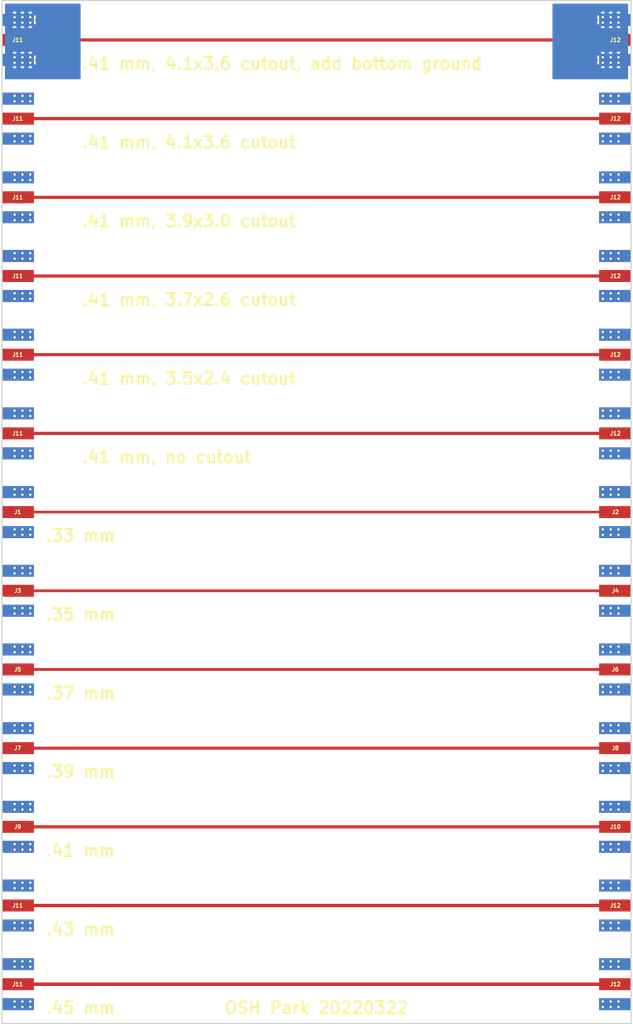
<source format=kicad_pcb>
(kicad_pcb (version 20171130) (host pcbnew 5.99.0+really5.1.10+dfsg1-1)
  (layers (0 C1F signal) (1 C2 power) (2 C3 power) (31 C4B power) (34 B.Paste user) (35 F.Paste user) (36 B.SilkS user) (37 F.SilkS user) (38 B.Mask user) (39 F.Mask user) (44 Edge.Cuts user))
  (net 0 "")
  (net 1 "Net-(J1-Pad1)")
  (net 2 GND)
  (net 3 "Net-(J3-Pad1)")
  (net 4 "Net-(J5-Pad1)")
  (net 5 "Net-(J7-Pad1)")
  (net 6 "Net-(J10-Pad1)")
  (net 7 "Net-(J11-Pad1)")
  (module gsg-modules:SMA-EDGE (layer C1F) (at 200 20 180)
    (fp_text reference J12 (at 1.99898 0 180) (layer F.SilkS) (effects (font (size 0.50038 0.50038) (thickness 0.12446))))
    (fp_text value CONN_COAXIAL hide)
    (pad 2 thru_hole circle (at 3.6 2.9 180) (size 0.762 0.762) (drill 0.3048) (layers *.Cu *.Mask) (net 2 GND))
    (pad 2 thru_hole circle (at 2.6 2.9 180) (size 0.762 0.762) (drill 0.3048) (layers *.Cu *.Mask) (net 2 GND))
    (pad 2 thru_hole circle (at 1.6 2.9 180) (size 0.762 0.762) (drill 0.3048) (layers *.Cu *.Mask) (net 2 GND))
    (pad 2 thru_hole circle (at 1.6 2.2 180) (size 0.762 0.762) (drill 0.3048) (layers *.Cu *.Mask) (net 2 GND))
    (pad 2 thru_hole circle (at 2.6 2.2 180) (size 0.762 0.762) (drill 0.3048) (layers *.Cu *.Mask) (net 2 GND))
    (pad 2 thru_hole circle (at 3.6 2.2 180) (size 0.762 0.762) (drill 0.3048) (layers *.Cu *.Mask) (net 2 GND))
    (pad 2 thru_hole circle (at 2.6 -2.9 180) (size 0.762 0.762) (drill 0.3048) (layers *.Cu *.Mask) (net 2 GND))
    (pad 2 thru_hole circle (at 1.6 -2.9 180) (size 0.762 0.762) (drill 0.3048) (layers *.Cu *.Mask) (net 2 GND))
    (pad 2 thru_hole circle (at 1.6 -2.2 180) (size 0.762 0.762) (drill 0.3048) (layers *.Cu *.Mask) (net 2 GND))
    (pad 2 thru_hole circle (at 2.6 -2.2 180) (size 0.762 0.762) (drill 0.3048) (layers *.Cu *.Mask) (net 2 GND))
    (pad 2 thru_hole circle (at 3.6 -2.9 180) (size 0.762 0.762) (drill 0.3048) (layers *.Cu *.Mask) (net 2 GND))
    (pad 2 thru_hole circle (at 3.6 -2.2 180) (size 0.762 0.762) (drill 0.3048) (layers *.Cu *.Mask) (net 2 GND))
    (pad 2 smd rect (at 2.032 2.54 180) (size 4.064 1.524) (layers C1F F.Mask) (net 2 GND))
    (pad 2 smd rect (at 2.032 -2.54 180) (size 4.064 1.524) (layers C4B B.Mask) (net 2 GND))
    (pad 2 smd rect (at 2.032 2.54 180) (size 4.064 1.524) (layers C4B B.Mask) (net 2 GND))
    (pad 2 smd rect (at 2.032 -2.54 180) (size 4.064 1.524) (layers C1F F.Mask) (net 2 GND))
    (pad 1 smd rect (at 2.032 0 180) (size 4.064 1.524) (layers C1F F.Mask) (net 7 "Net-(J11-Pad1)"))
  )
  (module gsg-modules:SMA-EDGE (layer C1F) (at 120 20)
    (fp_text reference J11 (at 1.99898 0) (layer F.SilkS) (effects (font (size 0.50038 0.50038) (thickness 0.12446))))
    (fp_text value CONN_COAXIAL hide)
    (pad 2 thru_hole circle (at 3.6 2.9) (size 0.762 0.762) (drill 0.3048) (layers *.Cu *.Mask) (net 2 GND))
    (pad 2 thru_hole circle (at 2.6 2.9) (size 0.762 0.762) (drill 0.3048) (layers *.Cu *.Mask) (net 2 GND))
    (pad 2 thru_hole circle (at 1.6 2.9) (size 0.762 0.762) (drill 0.3048) (layers *.Cu *.Mask) (net 2 GND))
    (pad 2 thru_hole circle (at 1.6 2.2) (size 0.762 0.762) (drill 0.3048) (layers *.Cu *.Mask) (net 2 GND))
    (pad 2 thru_hole circle (at 2.6 2.2) (size 0.762 0.762) (drill 0.3048) (layers *.Cu *.Mask) (net 2 GND))
    (pad 2 thru_hole circle (at 3.6 2.2) (size 0.762 0.762) (drill 0.3048) (layers *.Cu *.Mask) (net 2 GND))
    (pad 2 thru_hole circle (at 2.6 -2.9) (size 0.762 0.762) (drill 0.3048) (layers *.Cu *.Mask) (net 2 GND))
    (pad 2 thru_hole circle (at 1.6 -2.9) (size 0.762 0.762) (drill 0.3048) (layers *.Cu *.Mask) (net 2 GND))
    (pad 2 thru_hole circle (at 1.6 -2.2) (size 0.762 0.762) (drill 0.3048) (layers *.Cu *.Mask) (net 2 GND))
    (pad 2 thru_hole circle (at 2.6 -2.2) (size 0.762 0.762) (drill 0.3048) (layers *.Cu *.Mask) (net 2 GND))
    (pad 2 thru_hole circle (at 3.6 -2.9) (size 0.762 0.762) (drill 0.3048) (layers *.Cu *.Mask) (net 2 GND))
    (pad 2 thru_hole circle (at 3.6 -2.2) (size 0.762 0.762) (drill 0.3048) (layers *.Cu *.Mask) (net 2 GND))
    (pad 2 smd rect (at 2.032 2.54) (size 4.064 1.524) (layers C1F F.Mask) (net 2 GND))
    (pad 2 smd rect (at 2.032 -2.54) (size 4.064 1.524) (layers C4B B.Mask) (net 2 GND))
    (pad 2 smd rect (at 2.032 2.54) (size 4.064 1.524) (layers C4B B.Mask) (net 2 GND))
    (pad 2 smd rect (at 2.032 -2.54) (size 4.064 1.524) (layers C1F F.Mask) (net 2 GND))
    (pad 1 smd rect (at 2.032 0) (size 4.064 1.524) (layers C1F F.Mask) (net 7 "Net-(J11-Pad1)"))
  )
  (module gsg-modules:SMA-EDGE (layer C1F) (at 200 30 180)
    (fp_text reference J12 (at 1.99898 0 180) (layer F.SilkS) (effects (font (size 0.50038 0.50038) (thickness 0.12446))))
    (fp_text value CONN_COAXIAL hide)
    (pad 1 smd rect (at 2.032 0 180) (size 4.064 1.524) (layers C1F F.Mask) (net 7 "Net-(J11-Pad1)"))
    (pad 2 smd rect (at 2.032 -2.54 180) (size 4.064 1.524) (layers C1F F.Mask) (net 2 GND))
    (pad 2 smd rect (at 2.032 2.54 180) (size 4.064 1.524) (layers C4B B.Mask) (net 2 GND))
    (pad 2 smd rect (at 2.032 -2.54 180) (size 4.064 1.524) (layers C4B B.Mask) (net 2 GND))
    (pad 2 smd rect (at 2.032 2.54 180) (size 4.064 1.524) (layers C1F F.Mask) (net 2 GND))
    (pad 2 thru_hole circle (at 3.6 -2.2 180) (size 0.762 0.762) (drill 0.3048) (layers *.Cu *.Mask) (net 2 GND))
    (pad 2 thru_hole circle (at 3.6 -2.9 180) (size 0.762 0.762) (drill 0.3048) (layers *.Cu *.Mask) (net 2 GND))
    (pad 2 thru_hole circle (at 2.6 -2.2 180) (size 0.762 0.762) (drill 0.3048) (layers *.Cu *.Mask) (net 2 GND))
    (pad 2 thru_hole circle (at 1.6 -2.2 180) (size 0.762 0.762) (drill 0.3048) (layers *.Cu *.Mask) (net 2 GND))
    (pad 2 thru_hole circle (at 1.6 -2.9 180) (size 0.762 0.762) (drill 0.3048) (layers *.Cu *.Mask) (net 2 GND))
    (pad 2 thru_hole circle (at 2.6 -2.9 180) (size 0.762 0.762) (drill 0.3048) (layers *.Cu *.Mask) (net 2 GND))
    (pad 2 thru_hole circle (at 3.6 2.2 180) (size 0.762 0.762) (drill 0.3048) (layers *.Cu *.Mask) (net 2 GND))
    (pad 2 thru_hole circle (at 2.6 2.2 180) (size 0.762 0.762) (drill 0.3048) (layers *.Cu *.Mask) (net 2 GND))
    (pad 2 thru_hole circle (at 1.6 2.2 180) (size 0.762 0.762) (drill 0.3048) (layers *.Cu *.Mask) (net 2 GND))
    (pad 2 thru_hole circle (at 1.6 2.9 180) (size 0.762 0.762) (drill 0.3048) (layers *.Cu *.Mask) (net 2 GND))
    (pad 2 thru_hole circle (at 2.6 2.9 180) (size 0.762 0.762) (drill 0.3048) (layers *.Cu *.Mask) (net 2 GND))
    (pad 2 thru_hole circle (at 3.6 2.9 180) (size 0.762 0.762) (drill 0.3048) (layers *.Cu *.Mask) (net 2 GND))
  )
  (module gsg-modules:SMA-EDGE (layer C1F) (at 120 30)
    (fp_text reference J11 (at 1.99898 0) (layer F.SilkS) (effects (font (size 0.50038 0.50038) (thickness 0.12446))))
    (fp_text value CONN_COAXIAL hide)
    (pad 1 smd rect (at 2.032 0) (size 4.064 1.524) (layers C1F F.Mask) (net 7 "Net-(J11-Pad1)"))
    (pad 2 smd rect (at 2.032 -2.54) (size 4.064 1.524) (layers C1F F.Mask) (net 2 GND))
    (pad 2 smd rect (at 2.032 2.54) (size 4.064 1.524) (layers C4B B.Mask) (net 2 GND))
    (pad 2 smd rect (at 2.032 -2.54) (size 4.064 1.524) (layers C4B B.Mask) (net 2 GND))
    (pad 2 smd rect (at 2.032 2.54) (size 4.064 1.524) (layers C1F F.Mask) (net 2 GND))
    (pad 2 thru_hole circle (at 3.6 -2.2) (size 0.762 0.762) (drill 0.3048) (layers *.Cu *.Mask) (net 2 GND))
    (pad 2 thru_hole circle (at 3.6 -2.9) (size 0.762 0.762) (drill 0.3048) (layers *.Cu *.Mask) (net 2 GND))
    (pad 2 thru_hole circle (at 2.6 -2.2) (size 0.762 0.762) (drill 0.3048) (layers *.Cu *.Mask) (net 2 GND))
    (pad 2 thru_hole circle (at 1.6 -2.2) (size 0.762 0.762) (drill 0.3048) (layers *.Cu *.Mask) (net 2 GND))
    (pad 2 thru_hole circle (at 1.6 -2.9) (size 0.762 0.762) (drill 0.3048) (layers *.Cu *.Mask) (net 2 GND))
    (pad 2 thru_hole circle (at 2.6 -2.9) (size 0.762 0.762) (drill 0.3048) (layers *.Cu *.Mask) (net 2 GND))
    (pad 2 thru_hole circle (at 3.6 2.2) (size 0.762 0.762) (drill 0.3048) (layers *.Cu *.Mask) (net 2 GND))
    (pad 2 thru_hole circle (at 2.6 2.2) (size 0.762 0.762) (drill 0.3048) (layers *.Cu *.Mask) (net 2 GND))
    (pad 2 thru_hole circle (at 1.6 2.2) (size 0.762 0.762) (drill 0.3048) (layers *.Cu *.Mask) (net 2 GND))
    (pad 2 thru_hole circle (at 1.6 2.9) (size 0.762 0.762) (drill 0.3048) (layers *.Cu *.Mask) (net 2 GND))
    (pad 2 thru_hole circle (at 2.6 2.9) (size 0.762 0.762) (drill 0.3048) (layers *.Cu *.Mask) (net 2 GND))
    (pad 2 thru_hole circle (at 3.6 2.9) (size 0.762 0.762) (drill 0.3048) (layers *.Cu *.Mask) (net 2 GND))
  )
  (module gsg-modules:SMA-EDGE (layer C1F) (at 120 40)
    (fp_text reference J11 (at 1.99898 0) (layer F.SilkS) (effects (font (size 0.50038 0.50038) (thickness 0.12446))))
    (fp_text value CONN_COAXIAL hide)
    (pad 2 thru_hole circle (at 3.6 2.9) (size 0.762 0.762) (drill 0.3048) (layers *.Cu *.Mask) (net 2 GND))
    (pad 2 thru_hole circle (at 2.6 2.9) (size 0.762 0.762) (drill 0.3048) (layers *.Cu *.Mask) (net 2 GND))
    (pad 2 thru_hole circle (at 1.6 2.9) (size 0.762 0.762) (drill 0.3048) (layers *.Cu *.Mask) (net 2 GND))
    (pad 2 thru_hole circle (at 1.6 2.2) (size 0.762 0.762) (drill 0.3048) (layers *.Cu *.Mask) (net 2 GND))
    (pad 2 thru_hole circle (at 2.6 2.2) (size 0.762 0.762) (drill 0.3048) (layers *.Cu *.Mask) (net 2 GND))
    (pad 2 thru_hole circle (at 3.6 2.2) (size 0.762 0.762) (drill 0.3048) (layers *.Cu *.Mask) (net 2 GND))
    (pad 2 thru_hole circle (at 2.6 -2.9) (size 0.762 0.762) (drill 0.3048) (layers *.Cu *.Mask) (net 2 GND))
    (pad 2 thru_hole circle (at 1.6 -2.9) (size 0.762 0.762) (drill 0.3048) (layers *.Cu *.Mask) (net 2 GND))
    (pad 2 thru_hole circle (at 1.6 -2.2) (size 0.762 0.762) (drill 0.3048) (layers *.Cu *.Mask) (net 2 GND))
    (pad 2 thru_hole circle (at 2.6 -2.2) (size 0.762 0.762) (drill 0.3048) (layers *.Cu *.Mask) (net 2 GND))
    (pad 2 thru_hole circle (at 3.6 -2.9) (size 0.762 0.762) (drill 0.3048) (layers *.Cu *.Mask) (net 2 GND))
    (pad 2 thru_hole circle (at 3.6 -2.2) (size 0.762 0.762) (drill 0.3048) (layers *.Cu *.Mask) (net 2 GND))
    (pad 2 smd rect (at 2.032 2.54) (size 4.064 1.524) (layers C1F F.Mask) (net 2 GND))
    (pad 2 smd rect (at 2.032 -2.54) (size 4.064 1.524) (layers C4B B.Mask) (net 2 GND))
    (pad 2 smd rect (at 2.032 2.54) (size 4.064 1.524) (layers C4B B.Mask) (net 2 GND))
    (pad 2 smd rect (at 2.032 -2.54) (size 4.064 1.524) (layers C1F F.Mask) (net 2 GND))
    (pad 1 smd rect (at 2.032 0) (size 4.064 1.524) (layers C1F F.Mask) (net 7 "Net-(J11-Pad1)"))
  )
  (module gsg-modules:SMA-EDGE (layer C1F) (at 200 40 180)
    (fp_text reference J12 (at 1.99898 0 180) (layer F.SilkS) (effects (font (size 0.50038 0.50038) (thickness 0.12446))))
    (fp_text value CONN_COAXIAL hide)
    (pad 2 thru_hole circle (at 3.6 2.9 180) (size 0.762 0.762) (drill 0.3048) (layers *.Cu *.Mask) (net 2 GND))
    (pad 2 thru_hole circle (at 2.6 2.9 180) (size 0.762 0.762) (drill 0.3048) (layers *.Cu *.Mask) (net 2 GND))
    (pad 2 thru_hole circle (at 1.6 2.9 180) (size 0.762 0.762) (drill 0.3048) (layers *.Cu *.Mask) (net 2 GND))
    (pad 2 thru_hole circle (at 1.6 2.2 180) (size 0.762 0.762) (drill 0.3048) (layers *.Cu *.Mask) (net 2 GND))
    (pad 2 thru_hole circle (at 2.6 2.2 180) (size 0.762 0.762) (drill 0.3048) (layers *.Cu *.Mask) (net 2 GND))
    (pad 2 thru_hole circle (at 3.6 2.2 180) (size 0.762 0.762) (drill 0.3048) (layers *.Cu *.Mask) (net 2 GND))
    (pad 2 thru_hole circle (at 2.6 -2.9 180) (size 0.762 0.762) (drill 0.3048) (layers *.Cu *.Mask) (net 2 GND))
    (pad 2 thru_hole circle (at 1.6 -2.9 180) (size 0.762 0.762) (drill 0.3048) (layers *.Cu *.Mask) (net 2 GND))
    (pad 2 thru_hole circle (at 1.6 -2.2 180) (size 0.762 0.762) (drill 0.3048) (layers *.Cu *.Mask) (net 2 GND))
    (pad 2 thru_hole circle (at 2.6 -2.2 180) (size 0.762 0.762) (drill 0.3048) (layers *.Cu *.Mask) (net 2 GND))
    (pad 2 thru_hole circle (at 3.6 -2.9 180) (size 0.762 0.762) (drill 0.3048) (layers *.Cu *.Mask) (net 2 GND))
    (pad 2 thru_hole circle (at 3.6 -2.2 180) (size 0.762 0.762) (drill 0.3048) (layers *.Cu *.Mask) (net 2 GND))
    (pad 2 smd rect (at 2.032 2.54 180) (size 4.064 1.524) (layers C1F F.Mask) (net 2 GND))
    (pad 2 smd rect (at 2.032 -2.54 180) (size 4.064 1.524) (layers C4B B.Mask) (net 2 GND))
    (pad 2 smd rect (at 2.032 2.54 180) (size 4.064 1.524) (layers C4B B.Mask) (net 2 GND))
    (pad 2 smd rect (at 2.032 -2.54 180) (size 4.064 1.524) (layers C1F F.Mask) (net 2 GND))
    (pad 1 smd rect (at 2.032 0 180) (size 4.064 1.524) (layers C1F F.Mask) (net 7 "Net-(J11-Pad1)"))
  )
  (module gsg-modules:SMA-EDGE (layer C1F) (at 200 50 180)
    (fp_text reference J12 (at 1.99898 0 180) (layer F.SilkS) (effects (font (size 0.50038 0.50038) (thickness 0.12446))))
    (fp_text value CONN_COAXIAL hide)
    (pad 1 smd rect (at 2.032 0 180) (size 4.064 1.524) (layers C1F F.Mask) (net 7 "Net-(J11-Pad1)"))
    (pad 2 smd rect (at 2.032 -2.54 180) (size 4.064 1.524) (layers C1F F.Mask) (net 2 GND))
    (pad 2 smd rect (at 2.032 2.54 180) (size 4.064 1.524) (layers C4B B.Mask) (net 2 GND))
    (pad 2 smd rect (at 2.032 -2.54 180) (size 4.064 1.524) (layers C4B B.Mask) (net 2 GND))
    (pad 2 smd rect (at 2.032 2.54 180) (size 4.064 1.524) (layers C1F F.Mask) (net 2 GND))
    (pad 2 thru_hole circle (at 3.6 -2.2 180) (size 0.762 0.762) (drill 0.3048) (layers *.Cu *.Mask) (net 2 GND))
    (pad 2 thru_hole circle (at 3.6 -2.9 180) (size 0.762 0.762) (drill 0.3048) (layers *.Cu *.Mask) (net 2 GND))
    (pad 2 thru_hole circle (at 2.6 -2.2 180) (size 0.762 0.762) (drill 0.3048) (layers *.Cu *.Mask) (net 2 GND))
    (pad 2 thru_hole circle (at 1.6 -2.2 180) (size 0.762 0.762) (drill 0.3048) (layers *.Cu *.Mask) (net 2 GND))
    (pad 2 thru_hole circle (at 1.6 -2.9 180) (size 0.762 0.762) (drill 0.3048) (layers *.Cu *.Mask) (net 2 GND))
    (pad 2 thru_hole circle (at 2.6 -2.9 180) (size 0.762 0.762) (drill 0.3048) (layers *.Cu *.Mask) (net 2 GND))
    (pad 2 thru_hole circle (at 3.6 2.2 180) (size 0.762 0.762) (drill 0.3048) (layers *.Cu *.Mask) (net 2 GND))
    (pad 2 thru_hole circle (at 2.6 2.2 180) (size 0.762 0.762) (drill 0.3048) (layers *.Cu *.Mask) (net 2 GND))
    (pad 2 thru_hole circle (at 1.6 2.2 180) (size 0.762 0.762) (drill 0.3048) (layers *.Cu *.Mask) (net 2 GND))
    (pad 2 thru_hole circle (at 1.6 2.9 180) (size 0.762 0.762) (drill 0.3048) (layers *.Cu *.Mask) (net 2 GND))
    (pad 2 thru_hole circle (at 2.6 2.9 180) (size 0.762 0.762) (drill 0.3048) (layers *.Cu *.Mask) (net 2 GND))
    (pad 2 thru_hole circle (at 3.6 2.9 180) (size 0.762 0.762) (drill 0.3048) (layers *.Cu *.Mask) (net 2 GND))
  )
  (module gsg-modules:SMA-EDGE (layer C1F) (at 120 50)
    (fp_text reference J11 (at 1.99898 0) (layer F.SilkS) (effects (font (size 0.50038 0.50038) (thickness 0.12446))))
    (fp_text value CONN_COAXIAL hide)
    (pad 1 smd rect (at 2.032 0) (size 4.064 1.524) (layers C1F F.Mask) (net 7 "Net-(J11-Pad1)"))
    (pad 2 smd rect (at 2.032 -2.54) (size 4.064 1.524) (layers C1F F.Mask) (net 2 GND))
    (pad 2 smd rect (at 2.032 2.54) (size 4.064 1.524) (layers C4B B.Mask) (net 2 GND))
    (pad 2 smd rect (at 2.032 -2.54) (size 4.064 1.524) (layers C4B B.Mask) (net 2 GND))
    (pad 2 smd rect (at 2.032 2.54) (size 4.064 1.524) (layers C1F F.Mask) (net 2 GND))
    (pad 2 thru_hole circle (at 3.6 -2.2) (size 0.762 0.762) (drill 0.3048) (layers *.Cu *.Mask) (net 2 GND))
    (pad 2 thru_hole circle (at 3.6 -2.9) (size 0.762 0.762) (drill 0.3048) (layers *.Cu *.Mask) (net 2 GND))
    (pad 2 thru_hole circle (at 2.6 -2.2) (size 0.762 0.762) (drill 0.3048) (layers *.Cu *.Mask) (net 2 GND))
    (pad 2 thru_hole circle (at 1.6 -2.2) (size 0.762 0.762) (drill 0.3048) (layers *.Cu *.Mask) (net 2 GND))
    (pad 2 thru_hole circle (at 1.6 -2.9) (size 0.762 0.762) (drill 0.3048) (layers *.Cu *.Mask) (net 2 GND))
    (pad 2 thru_hole circle (at 2.6 -2.9) (size 0.762 0.762) (drill 0.3048) (layers *.Cu *.Mask) (net 2 GND))
    (pad 2 thru_hole circle (at 3.6 2.2) (size 0.762 0.762) (drill 0.3048) (layers *.Cu *.Mask) (net 2 GND))
    (pad 2 thru_hole circle (at 2.6 2.2) (size 0.762 0.762) (drill 0.3048) (layers *.Cu *.Mask) (net 2 GND))
    (pad 2 thru_hole circle (at 1.6 2.2) (size 0.762 0.762) (drill 0.3048) (layers *.Cu *.Mask) (net 2 GND))
    (pad 2 thru_hole circle (at 1.6 2.9) (size 0.762 0.762) (drill 0.3048) (layers *.Cu *.Mask) (net 2 GND))
    (pad 2 thru_hole circle (at 2.6 2.9) (size 0.762 0.762) (drill 0.3048) (layers *.Cu *.Mask) (net 2 GND))
    (pad 2 thru_hole circle (at 3.6 2.9) (size 0.762 0.762) (drill 0.3048) (layers *.Cu *.Mask) (net 2 GND))
  )
  (module gsg-modules:SMA-EDGE (layer C1F) (at 200 60 180)
    (fp_text reference J12 (at 1.99898 0 180) (layer F.SilkS) (effects (font (size 0.50038 0.50038) (thickness 0.12446))))
    (fp_text value CONN_COAXIAL hide)
    (pad 2 thru_hole circle (at 3.6 2.9 180) (size 0.762 0.762) (drill 0.3048) (layers *.Cu *.Mask) (net 2 GND))
    (pad 2 thru_hole circle (at 2.6 2.9 180) (size 0.762 0.762) (drill 0.3048) (layers *.Cu *.Mask) (net 2 GND))
    (pad 2 thru_hole circle (at 1.6 2.9 180) (size 0.762 0.762) (drill 0.3048) (layers *.Cu *.Mask) (net 2 GND))
    (pad 2 thru_hole circle (at 1.6 2.2 180) (size 0.762 0.762) (drill 0.3048) (layers *.Cu *.Mask) (net 2 GND))
    (pad 2 thru_hole circle (at 2.6 2.2 180) (size 0.762 0.762) (drill 0.3048) (layers *.Cu *.Mask) (net 2 GND))
    (pad 2 thru_hole circle (at 3.6 2.2 180) (size 0.762 0.762) (drill 0.3048) (layers *.Cu *.Mask) (net 2 GND))
    (pad 2 thru_hole circle (at 2.6 -2.9 180) (size 0.762 0.762) (drill 0.3048) (layers *.Cu *.Mask) (net 2 GND))
    (pad 2 thru_hole circle (at 1.6 -2.9 180) (size 0.762 0.762) (drill 0.3048) (layers *.Cu *.Mask) (net 2 GND))
    (pad 2 thru_hole circle (at 1.6 -2.2 180) (size 0.762 0.762) (drill 0.3048) (layers *.Cu *.Mask) (net 2 GND))
    (pad 2 thru_hole circle (at 2.6 -2.2 180) (size 0.762 0.762) (drill 0.3048) (layers *.Cu *.Mask) (net 2 GND))
    (pad 2 thru_hole circle (at 3.6 -2.9 180) (size 0.762 0.762) (drill 0.3048) (layers *.Cu *.Mask) (net 2 GND))
    (pad 2 thru_hole circle (at 3.6 -2.2 180) (size 0.762 0.762) (drill 0.3048) (layers *.Cu *.Mask) (net 2 GND))
    (pad 2 smd rect (at 2.032 2.54 180) (size 4.064 1.524) (layers C1F F.Mask) (net 2 GND))
    (pad 2 smd rect (at 2.032 -2.54 180) (size 4.064 1.524) (layers C4B B.Mask) (net 2 GND))
    (pad 2 smd rect (at 2.032 2.54 180) (size 4.064 1.524) (layers C4B B.Mask) (net 2 GND))
    (pad 2 smd rect (at 2.032 -2.54 180) (size 4.064 1.524) (layers C1F F.Mask) (net 2 GND))
    (pad 1 smd rect (at 2.032 0 180) (size 4.064 1.524) (layers C1F F.Mask) (net 7 "Net-(J11-Pad1)"))
  )
  (module gsg-modules:SMA-EDGE (layer C1F) (at 120 60)
    (fp_text reference J11 (at 1.99898 0) (layer F.SilkS) (effects (font (size 0.50038 0.50038) (thickness 0.12446))))
    (fp_text value CONN_COAXIAL hide)
    (pad 2 thru_hole circle (at 3.6 2.9) (size 0.762 0.762) (drill 0.3048) (layers *.Cu *.Mask) (net 2 GND))
    (pad 2 thru_hole circle (at 2.6 2.9) (size 0.762 0.762) (drill 0.3048) (layers *.Cu *.Mask) (net 2 GND))
    (pad 2 thru_hole circle (at 1.6 2.9) (size 0.762 0.762) (drill 0.3048) (layers *.Cu *.Mask) (net 2 GND))
    (pad 2 thru_hole circle (at 1.6 2.2) (size 0.762 0.762) (drill 0.3048) (layers *.Cu *.Mask) (net 2 GND))
    (pad 2 thru_hole circle (at 2.6 2.2) (size 0.762 0.762) (drill 0.3048) (layers *.Cu *.Mask) (net 2 GND))
    (pad 2 thru_hole circle (at 3.6 2.2) (size 0.762 0.762) (drill 0.3048) (layers *.Cu *.Mask) (net 2 GND))
    (pad 2 thru_hole circle (at 2.6 -2.9) (size 0.762 0.762) (drill 0.3048) (layers *.Cu *.Mask) (net 2 GND))
    (pad 2 thru_hole circle (at 1.6 -2.9) (size 0.762 0.762) (drill 0.3048) (layers *.Cu *.Mask) (net 2 GND))
    (pad 2 thru_hole circle (at 1.6 -2.2) (size 0.762 0.762) (drill 0.3048) (layers *.Cu *.Mask) (net 2 GND))
    (pad 2 thru_hole circle (at 2.6 -2.2) (size 0.762 0.762) (drill 0.3048) (layers *.Cu *.Mask) (net 2 GND))
    (pad 2 thru_hole circle (at 3.6 -2.9) (size 0.762 0.762) (drill 0.3048) (layers *.Cu *.Mask) (net 2 GND))
    (pad 2 thru_hole circle (at 3.6 -2.2) (size 0.762 0.762) (drill 0.3048) (layers *.Cu *.Mask) (net 2 GND))
    (pad 2 smd rect (at 2.032 2.54) (size 4.064 1.524) (layers C1F F.Mask) (net 2 GND))
    (pad 2 smd rect (at 2.032 -2.54) (size 4.064 1.524) (layers C4B B.Mask) (net 2 GND))
    (pad 2 smd rect (at 2.032 2.54) (size 4.064 1.524) (layers C4B B.Mask) (net 2 GND))
    (pad 2 smd rect (at 2.032 -2.54) (size 4.064 1.524) (layers C1F F.Mask) (net 2 GND))
    (pad 1 smd rect (at 2.032 0) (size 4.064 1.524) (layers C1F F.Mask) (net 7 "Net-(J11-Pad1)"))
  )
  (module gsg-modules:SMA-EDGE (layer C1F) (at 120 70)
    (fp_text reference J11 (at 1.99898 0) (layer F.SilkS) (effects (font (size 0.50038 0.50038) (thickness 0.12446))))
    (fp_text value CONN_COAXIAL hide)
    (pad 1 smd rect (at 2.032 0) (size 4.064 1.524) (layers C1F F.Mask) (net 7 "Net-(J11-Pad1)"))
    (pad 2 smd rect (at 2.032 -2.54) (size 4.064 1.524) (layers C1F F.Mask) (net 2 GND))
    (pad 2 smd rect (at 2.032 2.54) (size 4.064 1.524) (layers C4B B.Mask) (net 2 GND))
    (pad 2 smd rect (at 2.032 -2.54) (size 4.064 1.524) (layers C4B B.Mask) (net 2 GND))
    (pad 2 smd rect (at 2.032 2.54) (size 4.064 1.524) (layers C1F F.Mask) (net 2 GND))
    (pad 2 thru_hole circle (at 3.6 -2.2) (size 0.762 0.762) (drill 0.3048) (layers *.Cu *.Mask) (net 2 GND))
    (pad 2 thru_hole circle (at 3.6 -2.9) (size 0.762 0.762) (drill 0.3048) (layers *.Cu *.Mask) (net 2 GND))
    (pad 2 thru_hole circle (at 2.6 -2.2) (size 0.762 0.762) (drill 0.3048) (layers *.Cu *.Mask) (net 2 GND))
    (pad 2 thru_hole circle (at 1.6 -2.2) (size 0.762 0.762) (drill 0.3048) (layers *.Cu *.Mask) (net 2 GND))
    (pad 2 thru_hole circle (at 1.6 -2.9) (size 0.762 0.762) (drill 0.3048) (layers *.Cu *.Mask) (net 2 GND))
    (pad 2 thru_hole circle (at 2.6 -2.9) (size 0.762 0.762) (drill 0.3048) (layers *.Cu *.Mask) (net 2 GND))
    (pad 2 thru_hole circle (at 3.6 2.2) (size 0.762 0.762) (drill 0.3048) (layers *.Cu *.Mask) (net 2 GND))
    (pad 2 thru_hole circle (at 2.6 2.2) (size 0.762 0.762) (drill 0.3048) (layers *.Cu *.Mask) (net 2 GND))
    (pad 2 thru_hole circle (at 1.6 2.2) (size 0.762 0.762) (drill 0.3048) (layers *.Cu *.Mask) (net 2 GND))
    (pad 2 thru_hole circle (at 1.6 2.9) (size 0.762 0.762) (drill 0.3048) (layers *.Cu *.Mask) (net 2 GND))
    (pad 2 thru_hole circle (at 2.6 2.9) (size 0.762 0.762) (drill 0.3048) (layers *.Cu *.Mask) (net 2 GND))
    (pad 2 thru_hole circle (at 3.6 2.9) (size 0.762 0.762) (drill 0.3048) (layers *.Cu *.Mask) (net 2 GND))
  )
  (module gsg-modules:SMA-EDGE (layer C1F) (at 200 70 180)
    (fp_text reference J12 (at 1.99898 0 180) (layer F.SilkS) (effects (font (size 0.50038 0.50038) (thickness 0.12446))))
    (fp_text value CONN_COAXIAL hide)
    (pad 1 smd rect (at 2.032 0 180) (size 4.064 1.524) (layers C1F F.Mask) (net 7 "Net-(J11-Pad1)"))
    (pad 2 smd rect (at 2.032 -2.54 180) (size 4.064 1.524) (layers C1F F.Mask) (net 2 GND))
    (pad 2 smd rect (at 2.032 2.54 180) (size 4.064 1.524) (layers C4B B.Mask) (net 2 GND))
    (pad 2 smd rect (at 2.032 -2.54 180) (size 4.064 1.524) (layers C4B B.Mask) (net 2 GND))
    (pad 2 smd rect (at 2.032 2.54 180) (size 4.064 1.524) (layers C1F F.Mask) (net 2 GND))
    (pad 2 thru_hole circle (at 3.6 -2.2 180) (size 0.762 0.762) (drill 0.3048) (layers *.Cu *.Mask) (net 2 GND))
    (pad 2 thru_hole circle (at 3.6 -2.9 180) (size 0.762 0.762) (drill 0.3048) (layers *.Cu *.Mask) (net 2 GND))
    (pad 2 thru_hole circle (at 2.6 -2.2 180) (size 0.762 0.762) (drill 0.3048) (layers *.Cu *.Mask) (net 2 GND))
    (pad 2 thru_hole circle (at 1.6 -2.2 180) (size 0.762 0.762) (drill 0.3048) (layers *.Cu *.Mask) (net 2 GND))
    (pad 2 thru_hole circle (at 1.6 -2.9 180) (size 0.762 0.762) (drill 0.3048) (layers *.Cu *.Mask) (net 2 GND))
    (pad 2 thru_hole circle (at 2.6 -2.9 180) (size 0.762 0.762) (drill 0.3048) (layers *.Cu *.Mask) (net 2 GND))
    (pad 2 thru_hole circle (at 3.6 2.2 180) (size 0.762 0.762) (drill 0.3048) (layers *.Cu *.Mask) (net 2 GND))
    (pad 2 thru_hole circle (at 2.6 2.2 180) (size 0.762 0.762) (drill 0.3048) (layers *.Cu *.Mask) (net 2 GND))
    (pad 2 thru_hole circle (at 1.6 2.2 180) (size 0.762 0.762) (drill 0.3048) (layers *.Cu *.Mask) (net 2 GND))
    (pad 2 thru_hole circle (at 1.6 2.9 180) (size 0.762 0.762) (drill 0.3048) (layers *.Cu *.Mask) (net 2 GND))
    (pad 2 thru_hole circle (at 2.6 2.9 180) (size 0.762 0.762) (drill 0.3048) (layers *.Cu *.Mask) (net 2 GND))
    (pad 2 thru_hole circle (at 3.6 2.9 180) (size 0.762 0.762) (drill 0.3048) (layers *.Cu *.Mask) (net 2 GND))
  )
  (module gsg-modules:SMA-EDGE (layer C1F) (at 120 140)
    (fp_text reference J11 (at 1.99898 0) (layer F.SilkS) (effects (font (size 0.50038 0.50038) (thickness 0.12446))))
    (fp_text value CONN_COAXIAL hide)
    (pad 1 smd rect (at 2.032 0) (size 4.064 1.524) (layers C1F F.Mask) (net 7 "Net-(J11-Pad1)"))
    (pad 2 smd rect (at 2.032 -2.54) (size 4.064 1.524) (layers C1F F.Mask) (net 2 GND))
    (pad 2 smd rect (at 2.032 2.54) (size 4.064 1.524) (layers C4B B.Mask) (net 2 GND))
    (pad 2 smd rect (at 2.032 -2.54) (size 4.064 1.524) (layers C4B B.Mask) (net 2 GND))
    (pad 2 smd rect (at 2.032 2.54) (size 4.064 1.524) (layers C1F F.Mask) (net 2 GND))
    (pad 2 thru_hole circle (at 3.6 -2.2) (size 0.762 0.762) (drill 0.3048) (layers *.Cu *.Mask) (net 2 GND))
    (pad 2 thru_hole circle (at 3.6 -2.9) (size 0.762 0.762) (drill 0.3048) (layers *.Cu *.Mask) (net 2 GND))
    (pad 2 thru_hole circle (at 2.6 -2.2) (size 0.762 0.762) (drill 0.3048) (layers *.Cu *.Mask) (net 2 GND))
    (pad 2 thru_hole circle (at 1.6 -2.2) (size 0.762 0.762) (drill 0.3048) (layers *.Cu *.Mask) (net 2 GND))
    (pad 2 thru_hole circle (at 1.6 -2.9) (size 0.762 0.762) (drill 0.3048) (layers *.Cu *.Mask) (net 2 GND))
    (pad 2 thru_hole circle (at 2.6 -2.9) (size 0.762 0.762) (drill 0.3048) (layers *.Cu *.Mask) (net 2 GND))
    (pad 2 thru_hole circle (at 3.6 2.2) (size 0.762 0.762) (drill 0.3048) (layers *.Cu *.Mask) (net 2 GND))
    (pad 2 thru_hole circle (at 2.6 2.2) (size 0.762 0.762) (drill 0.3048) (layers *.Cu *.Mask) (net 2 GND))
    (pad 2 thru_hole circle (at 1.6 2.2) (size 0.762 0.762) (drill 0.3048) (layers *.Cu *.Mask) (net 2 GND))
    (pad 2 thru_hole circle (at 1.6 2.9) (size 0.762 0.762) (drill 0.3048) (layers *.Cu *.Mask) (net 2 GND))
    (pad 2 thru_hole circle (at 2.6 2.9) (size 0.762 0.762) (drill 0.3048) (layers *.Cu *.Mask) (net 2 GND))
    (pad 2 thru_hole circle (at 3.6 2.9) (size 0.762 0.762) (drill 0.3048) (layers *.Cu *.Mask) (net 2 GND))
  )
  (module gsg-modules:SMA-EDGE (layer C1F) (at 200 140 180)
    (fp_text reference J12 (at 1.99898 0 180) (layer F.SilkS) (effects (font (size 0.50038 0.50038) (thickness 0.12446))))
    (fp_text value CONN_COAXIAL hide)
    (pad 1 smd rect (at 2.032 0 180) (size 4.064 1.524) (layers C1F F.Mask) (net 7 "Net-(J11-Pad1)"))
    (pad 2 smd rect (at 2.032 -2.54 180) (size 4.064 1.524) (layers C1F F.Mask) (net 2 GND))
    (pad 2 smd rect (at 2.032 2.54 180) (size 4.064 1.524) (layers C4B B.Mask) (net 2 GND))
    (pad 2 smd rect (at 2.032 -2.54 180) (size 4.064 1.524) (layers C4B B.Mask) (net 2 GND))
    (pad 2 smd rect (at 2.032 2.54 180) (size 4.064 1.524) (layers C1F F.Mask) (net 2 GND))
    (pad 2 thru_hole circle (at 3.6 -2.2 180) (size 0.762 0.762) (drill 0.3048) (layers *.Cu *.Mask) (net 2 GND))
    (pad 2 thru_hole circle (at 3.6 -2.9 180) (size 0.762 0.762) (drill 0.3048) (layers *.Cu *.Mask) (net 2 GND))
    (pad 2 thru_hole circle (at 2.6 -2.2 180) (size 0.762 0.762) (drill 0.3048) (layers *.Cu *.Mask) (net 2 GND))
    (pad 2 thru_hole circle (at 1.6 -2.2 180) (size 0.762 0.762) (drill 0.3048) (layers *.Cu *.Mask) (net 2 GND))
    (pad 2 thru_hole circle (at 1.6 -2.9 180) (size 0.762 0.762) (drill 0.3048) (layers *.Cu *.Mask) (net 2 GND))
    (pad 2 thru_hole circle (at 2.6 -2.9 180) (size 0.762 0.762) (drill 0.3048) (layers *.Cu *.Mask) (net 2 GND))
    (pad 2 thru_hole circle (at 3.6 2.2 180) (size 0.762 0.762) (drill 0.3048) (layers *.Cu *.Mask) (net 2 GND))
    (pad 2 thru_hole circle (at 2.6 2.2 180) (size 0.762 0.762) (drill 0.3048) (layers *.Cu *.Mask) (net 2 GND))
    (pad 2 thru_hole circle (at 1.6 2.2 180) (size 0.762 0.762) (drill 0.3048) (layers *.Cu *.Mask) (net 2 GND))
    (pad 2 thru_hole circle (at 1.6 2.9 180) (size 0.762 0.762) (drill 0.3048) (layers *.Cu *.Mask) (net 2 GND))
    (pad 2 thru_hole circle (at 2.6 2.9 180) (size 0.762 0.762) (drill 0.3048) (layers *.Cu *.Mask) (net 2 GND))
    (pad 2 thru_hole circle (at 3.6 2.9 180) (size 0.762 0.762) (drill 0.3048) (layers *.Cu *.Mask) (net 2 GND))
  )
  (module gsg-modules:SMA-EDGE (layer C1F) (at 120 80)
    (fp_text reference J1 (at 1.99898 0) (layer F.SilkS) (effects (font (size 0.50038 0.50038) (thickness 0.12446))))
    (fp_text value CONN_COAXIAL hide)
    (pad 2 thru_hole circle (at 3.6 2.9) (size 0.762 0.762) (drill 0.3048) (layers *.Cu *.Mask) (net 2 GND))
    (pad 2 thru_hole circle (at 2.6 2.9) (size 0.762 0.762) (drill 0.3048) (layers *.Cu *.Mask) (net 2 GND))
    (pad 2 thru_hole circle (at 1.6 2.9) (size 0.762 0.762) (drill 0.3048) (layers *.Cu *.Mask) (net 2 GND))
    (pad 2 thru_hole circle (at 1.6 2.2) (size 0.762 0.762) (drill 0.3048) (layers *.Cu *.Mask) (net 2 GND))
    (pad 2 thru_hole circle (at 2.6 2.2) (size 0.762 0.762) (drill 0.3048) (layers *.Cu *.Mask) (net 2 GND))
    (pad 2 thru_hole circle (at 3.6 2.2) (size 0.762 0.762) (drill 0.3048) (layers *.Cu *.Mask) (net 2 GND))
    (pad 2 thru_hole circle (at 2.6 -2.9) (size 0.762 0.762) (drill 0.3048) (layers *.Cu *.Mask) (net 2 GND))
    (pad 2 thru_hole circle (at 1.6 -2.9) (size 0.762 0.762) (drill 0.3048) (layers *.Cu *.Mask) (net 2 GND))
    (pad 2 thru_hole circle (at 1.6 -2.2) (size 0.762 0.762) (drill 0.3048) (layers *.Cu *.Mask) (net 2 GND))
    (pad 2 thru_hole circle (at 2.6 -2.2) (size 0.762 0.762) (drill 0.3048) (layers *.Cu *.Mask) (net 2 GND))
    (pad 2 thru_hole circle (at 3.6 -2.9) (size 0.762 0.762) (drill 0.3048) (layers *.Cu *.Mask) (net 2 GND))
    (pad 2 thru_hole circle (at 3.6 -2.2) (size 0.762 0.762) (drill 0.3048) (layers *.Cu *.Mask) (net 2 GND))
    (pad 2 smd rect (at 2.032 2.54) (size 4.064 1.524) (layers C1F F.Mask) (net 2 GND))
    (pad 2 smd rect (at 2.032 -2.54) (size 4.064 1.524) (layers C4B B.Mask) (net 2 GND))
    (pad 2 smd rect (at 2.032 2.54) (size 4.064 1.524) (layers C4B B.Mask) (net 2 GND))
    (pad 2 smd rect (at 2.032 -2.54) (size 4.064 1.524) (layers C1F F.Mask) (net 2 GND))
    (pad 1 smd rect (at 2.032 0) (size 4.064 1.524) (layers C1F F.Mask) (net 1 "Net-(J1-Pad1)"))
  )
  (module gsg-modules:SMA-EDGE (layer C1F) (at 200 80 180)
    (fp_text reference J2 (at 1.99898 0 180) (layer F.SilkS) (effects (font (size 0.50038 0.50038) (thickness 0.12446))))
    (fp_text value CONN_COAXIAL hide)
    (pad 2 thru_hole circle (at 3.6 2.9 180) (size 0.762 0.762) (drill 0.3048) (layers *.Cu *.Mask) (net 2 GND))
    (pad 2 thru_hole circle (at 2.6 2.9 180) (size 0.762 0.762) (drill 0.3048) (layers *.Cu *.Mask) (net 2 GND))
    (pad 2 thru_hole circle (at 1.6 2.9 180) (size 0.762 0.762) (drill 0.3048) (layers *.Cu *.Mask) (net 2 GND))
    (pad 2 thru_hole circle (at 1.6 2.2 180) (size 0.762 0.762) (drill 0.3048) (layers *.Cu *.Mask) (net 2 GND))
    (pad 2 thru_hole circle (at 2.6 2.2 180) (size 0.762 0.762) (drill 0.3048) (layers *.Cu *.Mask) (net 2 GND))
    (pad 2 thru_hole circle (at 3.6 2.2 180) (size 0.762 0.762) (drill 0.3048) (layers *.Cu *.Mask) (net 2 GND))
    (pad 2 thru_hole circle (at 2.6 -2.9 180) (size 0.762 0.762) (drill 0.3048) (layers *.Cu *.Mask) (net 2 GND))
    (pad 2 thru_hole circle (at 1.6 -2.9 180) (size 0.762 0.762) (drill 0.3048) (layers *.Cu *.Mask) (net 2 GND))
    (pad 2 thru_hole circle (at 1.6 -2.2 180) (size 0.762 0.762) (drill 0.3048) (layers *.Cu *.Mask) (net 2 GND))
    (pad 2 thru_hole circle (at 2.6 -2.2 180) (size 0.762 0.762) (drill 0.3048) (layers *.Cu *.Mask) (net 2 GND))
    (pad 2 thru_hole circle (at 3.6 -2.9 180) (size 0.762 0.762) (drill 0.3048) (layers *.Cu *.Mask) (net 2 GND))
    (pad 2 thru_hole circle (at 3.6 -2.2 180) (size 0.762 0.762) (drill 0.3048) (layers *.Cu *.Mask) (net 2 GND))
    (pad 2 smd rect (at 2.032 2.54 180) (size 4.064 1.524) (layers C1F F.Mask) (net 2 GND))
    (pad 2 smd rect (at 2.032 -2.54 180) (size 4.064 1.524) (layers C4B B.Mask) (net 2 GND))
    (pad 2 smd rect (at 2.032 2.54 180) (size 4.064 1.524) (layers C4B B.Mask) (net 2 GND))
    (pad 2 smd rect (at 2.032 -2.54 180) (size 4.064 1.524) (layers C1F F.Mask) (net 2 GND))
    (pad 1 smd rect (at 2.032 0 180) (size 4.064 1.524) (layers C1F F.Mask) (net 1 "Net-(J1-Pad1)"))
  )
  (module gsg-modules:SMA-EDGE (layer C1F) (at 120 90)
    (fp_text reference J3 (at 1.99898 0) (layer F.SilkS) (effects (font (size 0.50038 0.50038) (thickness 0.12446))))
    (fp_text value CONN_COAXIAL hide)
    (pad 1 smd rect (at 2.032 0) (size 4.064 1.524) (layers C1F F.Mask) (net 3 "Net-(J3-Pad1)"))
    (pad 2 smd rect (at 2.032 -2.54) (size 4.064 1.524) (layers C1F F.Mask) (net 2 GND))
    (pad 2 smd rect (at 2.032 2.54) (size 4.064 1.524) (layers C4B B.Mask) (net 2 GND))
    (pad 2 smd rect (at 2.032 -2.54) (size 4.064 1.524) (layers C4B B.Mask) (net 2 GND))
    (pad 2 smd rect (at 2.032 2.54) (size 4.064 1.524) (layers C1F F.Mask) (net 2 GND))
    (pad 2 thru_hole circle (at 3.6 -2.2) (size 0.762 0.762) (drill 0.3048) (layers *.Cu *.Mask) (net 2 GND))
    (pad 2 thru_hole circle (at 3.6 -2.9) (size 0.762 0.762) (drill 0.3048) (layers *.Cu *.Mask) (net 2 GND))
    (pad 2 thru_hole circle (at 2.6 -2.2) (size 0.762 0.762) (drill 0.3048) (layers *.Cu *.Mask) (net 2 GND))
    (pad 2 thru_hole circle (at 1.6 -2.2) (size 0.762 0.762) (drill 0.3048) (layers *.Cu *.Mask) (net 2 GND))
    (pad 2 thru_hole circle (at 1.6 -2.9) (size 0.762 0.762) (drill 0.3048) (layers *.Cu *.Mask) (net 2 GND))
    (pad 2 thru_hole circle (at 2.6 -2.9) (size 0.762 0.762) (drill 0.3048) (layers *.Cu *.Mask) (net 2 GND))
    (pad 2 thru_hole circle (at 3.6 2.2) (size 0.762 0.762) (drill 0.3048) (layers *.Cu *.Mask) (net 2 GND))
    (pad 2 thru_hole circle (at 2.6 2.2) (size 0.762 0.762) (drill 0.3048) (layers *.Cu *.Mask) (net 2 GND))
    (pad 2 thru_hole circle (at 1.6 2.2) (size 0.762 0.762) (drill 0.3048) (layers *.Cu *.Mask) (net 2 GND))
    (pad 2 thru_hole circle (at 1.6 2.9) (size 0.762 0.762) (drill 0.3048) (layers *.Cu *.Mask) (net 2 GND))
    (pad 2 thru_hole circle (at 2.6 2.9) (size 0.762 0.762) (drill 0.3048) (layers *.Cu *.Mask) (net 2 GND))
    (pad 2 thru_hole circle (at 3.6 2.9) (size 0.762 0.762) (drill 0.3048) (layers *.Cu *.Mask) (net 2 GND))
  )
  (module gsg-modules:SMA-EDGE (layer C1F) (at 200 90 180)
    (fp_text reference J4 (at 1.99898 0 180) (layer F.SilkS) (effects (font (size 0.50038 0.50038) (thickness 0.12446))))
    (fp_text value CONN_COAXIAL hide)
    (pad 1 smd rect (at 2.032 0 180) (size 4.064 1.524) (layers C1F F.Mask) (net 3 "Net-(J3-Pad1)"))
    (pad 2 smd rect (at 2.032 -2.54 180) (size 4.064 1.524) (layers C1F F.Mask) (net 2 GND))
    (pad 2 smd rect (at 2.032 2.54 180) (size 4.064 1.524) (layers C4B B.Mask) (net 2 GND))
    (pad 2 smd rect (at 2.032 -2.54 180) (size 4.064 1.524) (layers C4B B.Mask) (net 2 GND))
    (pad 2 smd rect (at 2.032 2.54 180) (size 4.064 1.524) (layers C1F F.Mask) (net 2 GND))
    (pad 2 thru_hole circle (at 3.6 -2.2 180) (size 0.762 0.762) (drill 0.3048) (layers *.Cu *.Mask) (net 2 GND))
    (pad 2 thru_hole circle (at 3.6 -2.9 180) (size 0.762 0.762) (drill 0.3048) (layers *.Cu *.Mask) (net 2 GND))
    (pad 2 thru_hole circle (at 2.6 -2.2 180) (size 0.762 0.762) (drill 0.3048) (layers *.Cu *.Mask) (net 2 GND))
    (pad 2 thru_hole circle (at 1.6 -2.2 180) (size 0.762 0.762) (drill 0.3048) (layers *.Cu *.Mask) (net 2 GND))
    (pad 2 thru_hole circle (at 1.6 -2.9 180) (size 0.762 0.762) (drill 0.3048) (layers *.Cu *.Mask) (net 2 GND))
    (pad 2 thru_hole circle (at 2.6 -2.9 180) (size 0.762 0.762) (drill 0.3048) (layers *.Cu *.Mask) (net 2 GND))
    (pad 2 thru_hole circle (at 3.6 2.2 180) (size 0.762 0.762) (drill 0.3048) (layers *.Cu *.Mask) (net 2 GND))
    (pad 2 thru_hole circle (at 2.6 2.2 180) (size 0.762 0.762) (drill 0.3048) (layers *.Cu *.Mask) (net 2 GND))
    (pad 2 thru_hole circle (at 1.6 2.2 180) (size 0.762 0.762) (drill 0.3048) (layers *.Cu *.Mask) (net 2 GND))
    (pad 2 thru_hole circle (at 1.6 2.9 180) (size 0.762 0.762) (drill 0.3048) (layers *.Cu *.Mask) (net 2 GND))
    (pad 2 thru_hole circle (at 2.6 2.9 180) (size 0.762 0.762) (drill 0.3048) (layers *.Cu *.Mask) (net 2 GND))
    (pad 2 thru_hole circle (at 3.6 2.9 180) (size 0.762 0.762) (drill 0.3048) (layers *.Cu *.Mask) (net 2 GND))
  )
  (module gsg-modules:SMA-EDGE (layer C1F) (at 120 100)
    (fp_text reference J5 (at 1.99898 0) (layer F.SilkS) (effects (font (size 0.50038 0.50038) (thickness 0.12446))))
    (fp_text value CONN_COAXIAL hide)
    (pad 2 thru_hole circle (at 3.6 2.9) (size 0.762 0.762) (drill 0.3048) (layers *.Cu *.Mask) (net 2 GND))
    (pad 2 thru_hole circle (at 2.6 2.9) (size 0.762 0.762) (drill 0.3048) (layers *.Cu *.Mask) (net 2 GND))
    (pad 2 thru_hole circle (at 1.6 2.9) (size 0.762 0.762) (drill 0.3048) (layers *.Cu *.Mask) (net 2 GND))
    (pad 2 thru_hole circle (at 1.6 2.2) (size 0.762 0.762) (drill 0.3048) (layers *.Cu *.Mask) (net 2 GND))
    (pad 2 thru_hole circle (at 2.6 2.2) (size 0.762 0.762) (drill 0.3048) (layers *.Cu *.Mask) (net 2 GND))
    (pad 2 thru_hole circle (at 3.6 2.2) (size 0.762 0.762) (drill 0.3048) (layers *.Cu *.Mask) (net 2 GND))
    (pad 2 thru_hole circle (at 2.6 -2.9) (size 0.762 0.762) (drill 0.3048) (layers *.Cu *.Mask) (net 2 GND))
    (pad 2 thru_hole circle (at 1.6 -2.9) (size 0.762 0.762) (drill 0.3048) (layers *.Cu *.Mask) (net 2 GND))
    (pad 2 thru_hole circle (at 1.6 -2.2) (size 0.762 0.762) (drill 0.3048) (layers *.Cu *.Mask) (net 2 GND))
    (pad 2 thru_hole circle (at 2.6 -2.2) (size 0.762 0.762) (drill 0.3048) (layers *.Cu *.Mask) (net 2 GND))
    (pad 2 thru_hole circle (at 3.6 -2.9) (size 0.762 0.762) (drill 0.3048) (layers *.Cu *.Mask) (net 2 GND))
    (pad 2 thru_hole circle (at 3.6 -2.2) (size 0.762 0.762) (drill 0.3048) (layers *.Cu *.Mask) (net 2 GND))
    (pad 2 smd rect (at 2.032 2.54) (size 4.064 1.524) (layers C1F F.Mask) (net 2 GND))
    (pad 2 smd rect (at 2.032 -2.54) (size 4.064 1.524) (layers C4B B.Mask) (net 2 GND))
    (pad 2 smd rect (at 2.032 2.54) (size 4.064 1.524) (layers C4B B.Mask) (net 2 GND))
    (pad 2 smd rect (at 2.032 -2.54) (size 4.064 1.524) (layers C1F F.Mask) (net 2 GND))
    (pad 1 smd rect (at 2.032 0) (size 4.064 1.524) (layers C1F F.Mask) (net 4 "Net-(J5-Pad1)"))
  )
  (module gsg-modules:SMA-EDGE (layer C1F) (at 200 100 180)
    (fp_text reference J6 (at 1.99898 0 180) (layer F.SilkS) (effects (font (size 0.50038 0.50038) (thickness 0.12446))))
    (fp_text value CONN_COAXIAL hide)
    (pad 2 thru_hole circle (at 3.6 2.9 180) (size 0.762 0.762) (drill 0.3048) (layers *.Cu *.Mask) (net 2 GND))
    (pad 2 thru_hole circle (at 2.6 2.9 180) (size 0.762 0.762) (drill 0.3048) (layers *.Cu *.Mask) (net 2 GND))
    (pad 2 thru_hole circle (at 1.6 2.9 180) (size 0.762 0.762) (drill 0.3048) (layers *.Cu *.Mask) (net 2 GND))
    (pad 2 thru_hole circle (at 1.6 2.2 180) (size 0.762 0.762) (drill 0.3048) (layers *.Cu *.Mask) (net 2 GND))
    (pad 2 thru_hole circle (at 2.6 2.2 180) (size 0.762 0.762) (drill 0.3048) (layers *.Cu *.Mask) (net 2 GND))
    (pad 2 thru_hole circle (at 3.6 2.2 180) (size 0.762 0.762) (drill 0.3048) (layers *.Cu *.Mask) (net 2 GND))
    (pad 2 thru_hole circle (at 2.6 -2.9 180) (size 0.762 0.762) (drill 0.3048) (layers *.Cu *.Mask) (net 2 GND))
    (pad 2 thru_hole circle (at 1.6 -2.9 180) (size 0.762 0.762) (drill 0.3048) (layers *.Cu *.Mask) (net 2 GND))
    (pad 2 thru_hole circle (at 1.6 -2.2 180) (size 0.762 0.762) (drill 0.3048) (layers *.Cu *.Mask) (net 2 GND))
    (pad 2 thru_hole circle (at 2.6 -2.2 180) (size 0.762 0.762) (drill 0.3048) (layers *.Cu *.Mask) (net 2 GND))
    (pad 2 thru_hole circle (at 3.6 -2.9 180) (size 0.762 0.762) (drill 0.3048) (layers *.Cu *.Mask) (net 2 GND))
    (pad 2 thru_hole circle (at 3.6 -2.2 180) (size 0.762 0.762) (drill 0.3048) (layers *.Cu *.Mask) (net 2 GND))
    (pad 2 smd rect (at 2.032 2.54 180) (size 4.064 1.524) (layers C1F F.Mask) (net 2 GND))
    (pad 2 smd rect (at 2.032 -2.54 180) (size 4.064 1.524) (layers C4B B.Mask) (net 2 GND))
    (pad 2 smd rect (at 2.032 2.54 180) (size 4.064 1.524) (layers C4B B.Mask) (net 2 GND))
    (pad 2 smd rect (at 2.032 -2.54 180) (size 4.064 1.524) (layers C1F F.Mask) (net 2 GND))
    (pad 1 smd rect (at 2.032 0 180) (size 4.064 1.524) (layers C1F F.Mask) (net 4 "Net-(J5-Pad1)"))
  )
  (module gsg-modules:SMA-EDGE (layer C1F) (at 120 110)
    (fp_text reference J7 (at 1.99898 0) (layer F.SilkS) (effects (font (size 0.50038 0.50038) (thickness 0.12446))))
    (fp_text value CONN_COAXIAL hide)
    (pad 2 thru_hole circle (at 3.6 2.9) (size 0.762 0.762) (drill 0.3048) (layers *.Cu *.Mask) (net 2 GND))
    (pad 2 thru_hole circle (at 2.6 2.9) (size 0.762 0.762) (drill 0.3048) (layers *.Cu *.Mask) (net 2 GND))
    (pad 2 thru_hole circle (at 1.6 2.9) (size 0.762 0.762) (drill 0.3048) (layers *.Cu *.Mask) (net 2 GND))
    (pad 2 thru_hole circle (at 1.6 2.2) (size 0.762 0.762) (drill 0.3048) (layers *.Cu *.Mask) (net 2 GND))
    (pad 2 thru_hole circle (at 2.6 2.2) (size 0.762 0.762) (drill 0.3048) (layers *.Cu *.Mask) (net 2 GND))
    (pad 2 thru_hole circle (at 3.6 2.2) (size 0.762 0.762) (drill 0.3048) (layers *.Cu *.Mask) (net 2 GND))
    (pad 2 thru_hole circle (at 2.6 -2.9) (size 0.762 0.762) (drill 0.3048) (layers *.Cu *.Mask) (net 2 GND))
    (pad 2 thru_hole circle (at 1.6 -2.9) (size 0.762 0.762) (drill 0.3048) (layers *.Cu *.Mask) (net 2 GND))
    (pad 2 thru_hole circle (at 1.6 -2.2) (size 0.762 0.762) (drill 0.3048) (layers *.Cu *.Mask) (net 2 GND))
    (pad 2 thru_hole circle (at 2.6 -2.2) (size 0.762 0.762) (drill 0.3048) (layers *.Cu *.Mask) (net 2 GND))
    (pad 2 thru_hole circle (at 3.6 -2.9) (size 0.762 0.762) (drill 0.3048) (layers *.Cu *.Mask) (net 2 GND))
    (pad 2 thru_hole circle (at 3.6 -2.2) (size 0.762 0.762) (drill 0.3048) (layers *.Cu *.Mask) (net 2 GND))
    (pad 2 smd rect (at 2.032 2.54) (size 4.064 1.524) (layers C1F F.Mask) (net 2 GND))
    (pad 2 smd rect (at 2.032 -2.54) (size 4.064 1.524) (layers C4B B.Mask) (net 2 GND))
    (pad 2 smd rect (at 2.032 2.54) (size 4.064 1.524) (layers C4B B.Mask) (net 2 GND))
    (pad 2 smd rect (at 2.032 -2.54) (size 4.064 1.524) (layers C1F F.Mask) (net 2 GND))
    (pad 1 smd rect (at 2.032 0) (size 4.064 1.524) (layers C1F F.Mask) (net 5 "Net-(J7-Pad1)"))
  )
  (module gsg-modules:SMA-EDGE (layer C1F) (at 200 110 180)
    (fp_text reference J8 (at 1.99898 0 180) (layer F.SilkS) (effects (font (size 0.50038 0.50038) (thickness 0.12446))))
    (fp_text value CONN_COAXIAL hide)
    (pad 2 thru_hole circle (at 3.6 2.9 180) (size 0.762 0.762) (drill 0.3048) (layers *.Cu *.Mask) (net 2 GND))
    (pad 2 thru_hole circle (at 2.6 2.9 180) (size 0.762 0.762) (drill 0.3048) (layers *.Cu *.Mask) (net 2 GND))
    (pad 2 thru_hole circle (at 1.6 2.9 180) (size 0.762 0.762) (drill 0.3048) (layers *.Cu *.Mask) (net 2 GND))
    (pad 2 thru_hole circle (at 1.6 2.2 180) (size 0.762 0.762) (drill 0.3048) (layers *.Cu *.Mask) (net 2 GND))
    (pad 2 thru_hole circle (at 2.6 2.2 180) (size 0.762 0.762) (drill 0.3048) (layers *.Cu *.Mask) (net 2 GND))
    (pad 2 thru_hole circle (at 3.6 2.2 180) (size 0.762 0.762) (drill 0.3048) (layers *.Cu *.Mask) (net 2 GND))
    (pad 2 thru_hole circle (at 2.6 -2.9 180) (size 0.762 0.762) (drill 0.3048) (layers *.Cu *.Mask) (net 2 GND))
    (pad 2 thru_hole circle (at 1.6 -2.9 180) (size 0.762 0.762) (drill 0.3048) (layers *.Cu *.Mask) (net 2 GND))
    (pad 2 thru_hole circle (at 1.6 -2.2 180) (size 0.762 0.762) (drill 0.3048) (layers *.Cu *.Mask) (net 2 GND))
    (pad 2 thru_hole circle (at 2.6 -2.2 180) (size 0.762 0.762) (drill 0.3048) (layers *.Cu *.Mask) (net 2 GND))
    (pad 2 thru_hole circle (at 3.6 -2.9 180) (size 0.762 0.762) (drill 0.3048) (layers *.Cu *.Mask) (net 2 GND))
    (pad 2 thru_hole circle (at 3.6 -2.2 180) (size 0.762 0.762) (drill 0.3048) (layers *.Cu *.Mask) (net 2 GND))
    (pad 2 smd rect (at 2.032 2.54 180) (size 4.064 1.524) (layers C1F F.Mask) (net 2 GND))
    (pad 2 smd rect (at 2.032 -2.54 180) (size 4.064 1.524) (layers C4B B.Mask) (net 2 GND))
    (pad 2 smd rect (at 2.032 2.54 180) (size 4.064 1.524) (layers C4B B.Mask) (net 2 GND))
    (pad 2 smd rect (at 2.032 -2.54 180) (size 4.064 1.524) (layers C1F F.Mask) (net 2 GND))
    (pad 1 smd rect (at 2.032 0 180) (size 4.064 1.524) (layers C1F F.Mask) (net 5 "Net-(J7-Pad1)"))
  )
  (module gsg-modules:SMA-EDGE (layer C1F) (at 120 120)
    (fp_text reference J9 (at 1.99898 0) (layer F.SilkS) (effects (font (size 0.50038 0.50038) (thickness 0.12446))))
    (fp_text value CONN_COAXIAL hide)
    (pad 2 thru_hole circle (at 3.6 2.9) (size 0.762 0.762) (drill 0.3048) (layers *.Cu *.Mask) (net 2 GND))
    (pad 2 thru_hole circle (at 2.6 2.9) (size 0.762 0.762) (drill 0.3048) (layers *.Cu *.Mask) (net 2 GND))
    (pad 2 thru_hole circle (at 1.6 2.9) (size 0.762 0.762) (drill 0.3048) (layers *.Cu *.Mask) (net 2 GND))
    (pad 2 thru_hole circle (at 1.6 2.2) (size 0.762 0.762) (drill 0.3048) (layers *.Cu *.Mask) (net 2 GND))
    (pad 2 thru_hole circle (at 2.6 2.2) (size 0.762 0.762) (drill 0.3048) (layers *.Cu *.Mask) (net 2 GND))
    (pad 2 thru_hole circle (at 3.6 2.2) (size 0.762 0.762) (drill 0.3048) (layers *.Cu *.Mask) (net 2 GND))
    (pad 2 thru_hole circle (at 2.6 -2.9) (size 0.762 0.762) (drill 0.3048) (layers *.Cu *.Mask) (net 2 GND))
    (pad 2 thru_hole circle (at 1.6 -2.9) (size 0.762 0.762) (drill 0.3048) (layers *.Cu *.Mask) (net 2 GND))
    (pad 2 thru_hole circle (at 1.6 -2.2) (size 0.762 0.762) (drill 0.3048) (layers *.Cu *.Mask) (net 2 GND))
    (pad 2 thru_hole circle (at 2.6 -2.2) (size 0.762 0.762) (drill 0.3048) (layers *.Cu *.Mask) (net 2 GND))
    (pad 2 thru_hole circle (at 3.6 -2.9) (size 0.762 0.762) (drill 0.3048) (layers *.Cu *.Mask) (net 2 GND))
    (pad 2 thru_hole circle (at 3.6 -2.2) (size 0.762 0.762) (drill 0.3048) (layers *.Cu *.Mask) (net 2 GND))
    (pad 2 smd rect (at 2.032 2.54) (size 4.064 1.524) (layers C1F F.Mask) (net 2 GND))
    (pad 2 smd rect (at 2.032 -2.54) (size 4.064 1.524) (layers C4B B.Mask) (net 2 GND))
    (pad 2 smd rect (at 2.032 2.54) (size 4.064 1.524) (layers C4B B.Mask) (net 2 GND))
    (pad 2 smd rect (at 2.032 -2.54) (size 4.064 1.524) (layers C1F F.Mask) (net 2 GND))
    (pad 1 smd rect (at 2.032 0) (size 4.064 1.524) (layers C1F F.Mask) (net 6 "Net-(J10-Pad1)"))
  )
  (module gsg-modules:SMA-EDGE (layer C1F) (at 200 120 180)
    (fp_text reference J10 (at 1.99898 0 180) (layer F.SilkS) (effects (font (size 0.50038 0.50038) (thickness 0.12446))))
    (fp_text value CONN_COAXIAL hide)
    (pad 2 thru_hole circle (at 3.6 2.9 180) (size 0.762 0.762) (drill 0.3048) (layers *.Cu *.Mask) (net 2 GND))
    (pad 2 thru_hole circle (at 2.6 2.9 180) (size 0.762 0.762) (drill 0.3048) (layers *.Cu *.Mask) (net 2 GND))
    (pad 2 thru_hole circle (at 1.6 2.9 180) (size 0.762 0.762) (drill 0.3048) (layers *.Cu *.Mask) (net 2 GND))
    (pad 2 thru_hole circle (at 1.6 2.2 180) (size 0.762 0.762) (drill 0.3048) (layers *.Cu *.Mask) (net 2 GND))
    (pad 2 thru_hole circle (at 2.6 2.2 180) (size 0.762 0.762) (drill 0.3048) (layers *.Cu *.Mask) (net 2 GND))
    (pad 2 thru_hole circle (at 3.6 2.2 180) (size 0.762 0.762) (drill 0.3048) (layers *.Cu *.Mask) (net 2 GND))
    (pad 2 thru_hole circle (at 2.6 -2.9 180) (size 0.762 0.762) (drill 0.3048) (layers *.Cu *.Mask) (net 2 GND))
    (pad 2 thru_hole circle (at 1.6 -2.9 180) (size 0.762 0.762) (drill 0.3048) (layers *.Cu *.Mask) (net 2 GND))
    (pad 2 thru_hole circle (at 1.6 -2.2 180) (size 0.762 0.762) (drill 0.3048) (layers *.Cu *.Mask) (net 2 GND))
    (pad 2 thru_hole circle (at 2.6 -2.2 180) (size 0.762 0.762) (drill 0.3048) (layers *.Cu *.Mask) (net 2 GND))
    (pad 2 thru_hole circle (at 3.6 -2.9 180) (size 0.762 0.762) (drill 0.3048) (layers *.Cu *.Mask) (net 2 GND))
    (pad 2 thru_hole circle (at 3.6 -2.2 180) (size 0.762 0.762) (drill 0.3048) (layers *.Cu *.Mask) (net 2 GND))
    (pad 2 smd rect (at 2.032 2.54 180) (size 4.064 1.524) (layers C1F F.Mask) (net 2 GND))
    (pad 2 smd rect (at 2.032 -2.54 180) (size 4.064 1.524) (layers C4B B.Mask) (net 2 GND))
    (pad 2 smd rect (at 2.032 2.54 180) (size 4.064 1.524) (layers C4B B.Mask) (net 2 GND))
    (pad 2 smd rect (at 2.032 -2.54 180) (size 4.064 1.524) (layers C1F F.Mask) (net 2 GND))
    (pad 1 smd rect (at 2.032 0 180) (size 4.064 1.524) (layers C1F F.Mask) (net 6 "Net-(J10-Pad1)"))
  )
  (module gsg-modules:SMA-EDGE (layer C1F) (at 120 130)
    (fp_text reference J11 (at 1.99898 0) (layer F.SilkS) (effects (font (size 0.50038 0.50038) (thickness 0.12446))))
    (fp_text value CONN_COAXIAL hide)
    (pad 2 thru_hole circle (at 3.6 2.9) (size 0.762 0.762) (drill 0.3048) (layers *.Cu *.Mask) (net 2 GND))
    (pad 2 thru_hole circle (at 2.6 2.9) (size 0.762 0.762) (drill 0.3048) (layers *.Cu *.Mask) (net 2 GND))
    (pad 2 thru_hole circle (at 1.6 2.9) (size 0.762 0.762) (drill 0.3048) (layers *.Cu *.Mask) (net 2 GND))
    (pad 2 thru_hole circle (at 1.6 2.2) (size 0.762 0.762) (drill 0.3048) (layers *.Cu *.Mask) (net 2 GND))
    (pad 2 thru_hole circle (at 2.6 2.2) (size 0.762 0.762) (drill 0.3048) (layers *.Cu *.Mask) (net 2 GND))
    (pad 2 thru_hole circle (at 3.6 2.2) (size 0.762 0.762) (drill 0.3048) (layers *.Cu *.Mask) (net 2 GND))
    (pad 2 thru_hole circle (at 2.6 -2.9) (size 0.762 0.762) (drill 0.3048) (layers *.Cu *.Mask) (net 2 GND))
    (pad 2 thru_hole circle (at 1.6 -2.9) (size 0.762 0.762) (drill 0.3048) (layers *.Cu *.Mask) (net 2 GND))
    (pad 2 thru_hole circle (at 1.6 -2.2) (size 0.762 0.762) (drill 0.3048) (layers *.Cu *.Mask) (net 2 GND))
    (pad 2 thru_hole circle (at 2.6 -2.2) (size 0.762 0.762) (drill 0.3048) (layers *.Cu *.Mask) (net 2 GND))
    (pad 2 thru_hole circle (at 3.6 -2.9) (size 0.762 0.762) (drill 0.3048) (layers *.Cu *.Mask) (net 2 GND))
    (pad 2 thru_hole circle (at 3.6 -2.2) (size 0.762 0.762) (drill 0.3048) (layers *.Cu *.Mask) (net 2 GND))
    (pad 2 smd rect (at 2.032 2.54) (size 4.064 1.524) (layers C1F F.Mask) (net 2 GND))
    (pad 2 smd rect (at 2.032 -2.54) (size 4.064 1.524) (layers C4B B.Mask) (net 2 GND))
    (pad 2 smd rect (at 2.032 2.54) (size 4.064 1.524) (layers C4B B.Mask) (net 2 GND))
    (pad 2 smd rect (at 2.032 -2.54) (size 4.064 1.524) (layers C1F F.Mask) (net 2 GND))
    (pad 1 smd rect (at 2.032 0) (size 4.064 1.524) (layers C1F F.Mask) (net 7 "Net-(J11-Pad1)"))
  )
  (module gsg-modules:SMA-EDGE (layer C1F) (at 200 130 180)
    (fp_text reference J12 (at 1.99898 0 180) (layer F.SilkS) (effects (font (size 0.50038 0.50038) (thickness 0.12446))))
    (fp_text value CONN_COAXIAL hide)
    (pad 2 thru_hole circle (at 3.6 2.9 180) (size 0.762 0.762) (drill 0.3048) (layers *.Cu *.Mask) (net 2 GND))
    (pad 2 thru_hole circle (at 2.6 2.9 180) (size 0.762 0.762) (drill 0.3048) (layers *.Cu *.Mask) (net 2 GND))
    (pad 2 thru_hole circle (at 1.6 2.9 180) (size 0.762 0.762) (drill 0.3048) (layers *.Cu *.Mask) (net 2 GND))
    (pad 2 thru_hole circle (at 1.6 2.2 180) (size 0.762 0.762) (drill 0.3048) (layers *.Cu *.Mask) (net 2 GND))
    (pad 2 thru_hole circle (at 2.6 2.2 180) (size 0.762 0.762) (drill 0.3048) (layers *.Cu *.Mask) (net 2 GND))
    (pad 2 thru_hole circle (at 3.6 2.2 180) (size 0.762 0.762) (drill 0.3048) (layers *.Cu *.Mask) (net 2 GND))
    (pad 2 thru_hole circle (at 2.6 -2.9 180) (size 0.762 0.762) (drill 0.3048) (layers *.Cu *.Mask) (net 2 GND))
    (pad 2 thru_hole circle (at 1.6 -2.9 180) (size 0.762 0.762) (drill 0.3048) (layers *.Cu *.Mask) (net 2 GND))
    (pad 2 thru_hole circle (at 1.6 -2.2 180) (size 0.762 0.762) (drill 0.3048) (layers *.Cu *.Mask) (net 2 GND))
    (pad 2 thru_hole circle (at 2.6 -2.2 180) (size 0.762 0.762) (drill 0.3048) (layers *.Cu *.Mask) (net 2 GND))
    (pad 2 thru_hole circle (at 3.6 -2.9 180) (size 0.762 0.762) (drill 0.3048) (layers *.Cu *.Mask) (net 2 GND))
    (pad 2 thru_hole circle (at 3.6 -2.2 180) (size 0.762 0.762) (drill 0.3048) (layers *.Cu *.Mask) (net 2 GND))
    (pad 2 smd rect (at 2.032 2.54 180) (size 4.064 1.524) (layers C1F F.Mask) (net 2 GND))
    (pad 2 smd rect (at 2.032 -2.54 180) (size 4.064 1.524) (layers C4B B.Mask) (net 2 GND))
    (pad 2 smd rect (at 2.032 2.54 180) (size 4.064 1.524) (layers C4B B.Mask) (net 2 GND))
    (pad 2 smd rect (at 2.032 -2.54 180) (size 4.064 1.524) (layers C1F F.Mask) (net 2 GND))
    (pad 1 smd rect (at 2.032 0 180) (size 4.064 1.524) (layers C1F F.Mask) (net 7 "Net-(J11-Pad1)"))
  )
  (gr_text ".41 mm, 4.1x3.6 cutout, add bottom ground" (at 130 23) (layer F.SilkS) (effects (font (size 1.5 1.5) (thickness 0.3)) (justify left)))
  (gr_text ".41 mm, 4.1x3.6 cutout" (at 130 33) (layer F.SilkS) (effects (font (size 1.5 1.5) (thickness 0.3)) (justify left)))
  (gr_text ".41 mm, 3.9x3.0 cutout" (at 130 43) (layer F.SilkS) (effects (font (size 1.5 1.5) (thickness 0.3)) (justify left)))
  (gr_text ".41 mm, 3.7x2.6 cutout" (at 130 53) (layer F.SilkS) (effects (font (size 1.5 1.5) (thickness 0.3)) (justify left)))
  (gr_text ".41 mm, 3.5x2.4 cutout" (at 130 63) (layer F.SilkS) (effects (font (size 1.5 1.5) (thickness 0.3)) (justify left)))
  (gr_text ".41 mm, no cutout" (at 130 73) (layer F.SilkS) (effects (font (size 1.5 1.5) (thickness 0.3)) (justify left)))
  (gr_text ".45 mm" (at 130 143) (layer F.SilkS) (effects (font (size 1.5 1.5) (thickness 0.3))))
  (gr_text "OSH Park 20220322" (at 160 143) (layer F.SilkS) (effects (font (size 1.5 1.5) (thickness 0.3))))
  (gr_text ".43 mm" (at 130 133) (layer F.SilkS) (effects (font (size 1.5 1.5) (thickness 0.3))))
  (gr_text ".41 mm" (at 130 123) (layer F.SilkS) (effects (font (size 1.5 1.5) (thickness 0.3))))
  (gr_text ".39 mm" (at 130 113) (layer F.SilkS) (effects (font (size 1.5 1.5) (thickness 0.3))))
  (gr_text ".37 mm" (at 130 103) (layer F.SilkS) (effects (font (size 1.5 1.5) (thickness 0.3))))
  (gr_text ".35 mm" (at 130 93) (layer F.SilkS) (effects (font (size 1.5 1.5) (thickness 0.3))))
  (gr_text ".33 mm" (at 130 83) (layer F.SilkS) (effects (font (size 1.5 1.5) (thickness 0.3))))
  (gr_line (start 200 15) (end 120 15) (angle 90) (layer Edge.Cuts) (width 0.15))
  (gr_line (start 200 145) (end 200 15) (angle 90) (layer Edge.Cuts) (width 0.15))
  (gr_line (start 120 145) (end 200 145) (angle 90) (layer Edge.Cuts) (width 0.15))
  (gr_line (start 120 15) (end 120 145) (angle 90) (layer Edge.Cuts) (width 0.15))
  (segment (start 122.095 80) (end 197.905 80) (width 0.33) (layer C1F) (net 1))
  (segment (start 122.095 90) (end 197.905 90) (width 0.35) (layer C1F) (net 3))
  (segment (start 122.095 100) (end 197.905 100) (width 0.37) (layer C1F) (net 4))
  (segment (start 122.095 110) (end 197.905 110) (width 0.39) (layer C1F) (net 5))
  (segment (start 122.095 120) (end 197.905 120) (width 0.41) (layer C1F) (net 6))
  (segment (start 122.095 130) (end 197.905 130) (width 0.43) (layer C1F) (net 7))
  (segment (start 122.095 140) (end 197.905 140) (width 0.45) (layer C1F) (net 7))
  (segment (start 122.095 70) (end 197.905 70) (width 0.41) (layer C1F) (net 7))
  (segment (start 122.095 60) (end 197.905 60) (width 0.41) (layer C1F) (net 7))
  (segment (start 122.095 50) (end 197.905 50) (width 0.41) (layer C1F) (net 7))
  (segment (start 122.095 40) (end 197.905 40) (width 0.41) (layer C1F) (net 7))
  (segment (start 122.095 30) (end 197.905 30) (width 0.41) (layer C1F) (net 7))
  (segment (start 122.095 20) (end 197.905 20) (width 0.41) (layer C1F) (net 7))
  (zone (net 2) (net_name GND) (layer C4B) (connect_pads thru_hole_only (clearance 0.3048)) (min_thickness 0.254) (fill yes (arc_segments 16) (thermal_gap 0.3048) (thermal_bridge_width 0.508))
    (polygon (pts (xy 130 25) (xy 120 25) (xy 120 15) (xy 130 15)))
  )
  (zone (net 2) (net_name GND) (layer C4B) (connect_pads thru_hole_only (clearance 0.3048)) (min_thickness 0.254) (fill yes (arc_segments 16) (thermal_gap 0.3048) (thermal_bridge_width 0.508))
    (polygon (pts (xy 200 25) (xy 190 25) (xy 190 15) (xy 200 15)))
  )
)
</source>
